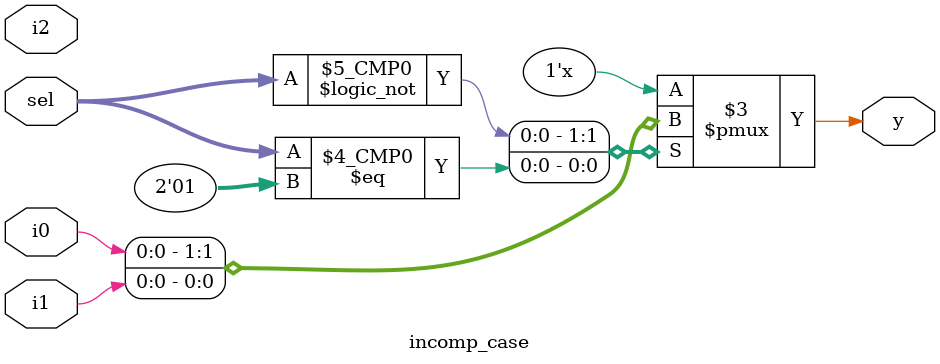
<source format=v>

module incomp_case (input i0 , input i1 , input i2 , input [1:0] sel, output reg y);
always @ (*)
begin
	case(sel)
		2'b00 : y = i0;
		2'b01 : y = i1;
	endcase
end
endmodule

</source>
